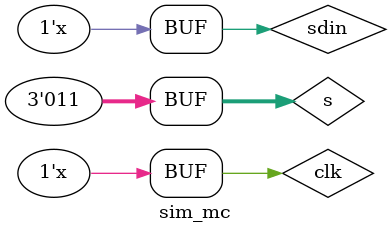
<source format=v>
`timescale 1ns / 1ps


module sim_mc(

    );
    reg[2:0] s;
    reg clk ,sdin;
    wire pwm,sd;
    mc mc0(.clk(clk),.s(s),.sdin(sdin),.pwm(pwm),.sd(sd));
    initial
    begin
        sdin=0;
        clk=0;
        s=2'b001;
        #100 s=2'b011;
    end
    always
    begin
        # 5 clk=~clk;
    end
    always
    begin
        # 12 sdin=~sdin;
    end
endmodule

</source>
